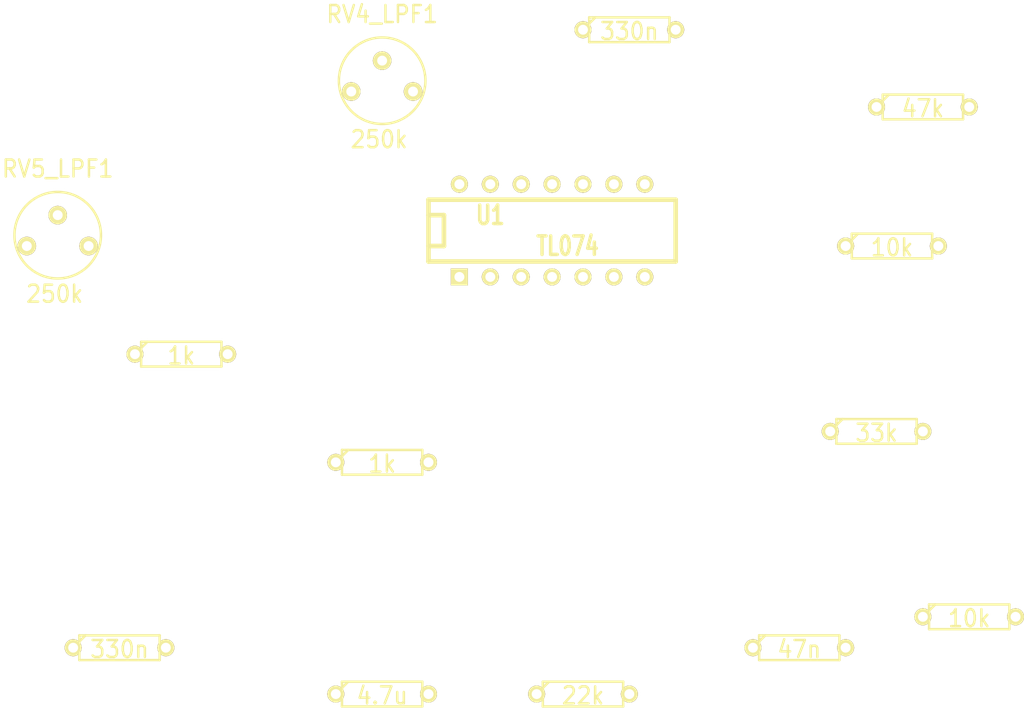
<source format=kicad_pcb>
(kicad_pcb (version 3) (host pcbnew "(2013-07-07 BZR 4022)-stable")

  (general
    (links 15)
    (no_connects 15)
    (area 0 0 0 0)
    (thickness 1.6)
    (drawings 0)
    (tracks 0)
    (zones 0)
    (modules 14)
    (nets 12)
  )

  (page A3)
  (layers
    (15 Dessus.Cu signal)
    (0 Dessous.Cu signal)
    (16 Dessous.Adhes user)
    (17 Dessus.Adhes user)
    (18 Dessous.Pate user)
    (19 Dessus.Pate user)
    (20 Dessous.SilkS user)
    (21 Dessus.SilkS user)
    (22 Dessous.Masque user)
    (23 Dessus.Masque user)
    (24 Dessin.User user)
    (25 Cmts.User user)
    (26 Eco1.User user)
    (27 Eco2.User user)
    (28 Contours.Ci user)
  )

  (setup
    (last_trace_width 0.254)
    (trace_clearance 0.254)
    (zone_clearance 0.508)
    (zone_45_only no)
    (trace_min 0.254)
    (segment_width 0.2)
    (edge_width 0.1)
    (via_size 0.889)
    (via_drill 0.635)
    (via_min_size 0.889)
    (via_min_drill 0.508)
    (uvia_size 0.508)
    (uvia_drill 0.127)
    (uvias_allowed no)
    (uvia_min_size 0.508)
    (uvia_min_drill 0.127)
    (pcb_text_width 0.3)
    (pcb_text_size 1.5 1.5)
    (mod_edge_width 0.15)
    (mod_text_size 1 1)
    (mod_text_width 0.15)
    (pad_size 1.5 1.5)
    (pad_drill 0.6)
    (pad_to_mask_clearance 0)
    (aux_axis_origin 0 0)
    (visible_elements FFFFFFBF)
    (pcbplotparams
      (layerselection 3178497)
      (usegerberextensions true)
      (excludeedgelayer true)
      (linewidth 0.150000)
      (plotframeref false)
      (viasonmask false)
      (mode 1)
      (useauxorigin false)
      (hpglpennumber 1)
      (hpglpenspeed 20)
      (hpglpendiameter 15)
      (hpglpenoverlay 2)
      (psnegative false)
      (psa4output false)
      (plotreference true)
      (plotvalue true)
      (plotothertext true)
      (plotinvisibletext false)
      (padsonsilk false)
      (subtractmaskfromsilk false)
      (outputformat 1)
      (mirror false)
      (drillshape 1)
      (scaleselection 1)
      (outputdirectory ""))
  )

  (net 0 "")
  (net 1 N-0000013)
  (net 2 N-0000014)
  (net 3 N-0000015)
  (net 4 N-000003)
  (net 5 N-000004)
  (net 6 N-000005)
  (net 7 N-000006)
  (net 8 N-000007)
  (net 9 N-000008)
  (net 10 N-000009)
  (net 11 Vcc2)

  (net_class Default "Ceci est la Netclass par défaut"
    (clearance 0.254)
    (trace_width 0.254)
    (via_dia 0.889)
    (via_drill 0.635)
    (uvia_dia 0.508)
    (uvia_drill 0.127)
    (add_net "")
    (add_net N-0000013)
    (add_net N-0000014)
    (add_net N-0000015)
    (add_net N-000003)
    (add_net N-000004)
    (add_net N-000005)
    (add_net N-000006)
    (add_net N-000007)
    (add_net N-000008)
    (add_net N-000009)
    (add_net Vcc2)
  )

  (module RV2 (layer Dessus.Cu) (tedit 3FA15781) (tstamp 5429332C)
    (at 45.72 24.13)
    (descr "Resistance variable / potentiometre")
    (tags R)
    (path /54292C09)
    (autoplace_cost90 10)
    (autoplace_cost180 10)
    (fp_text reference RV4_LPF1 (at 0 -5.08) (layer Dessus.SilkS)
      (effects (font (size 1.397 1.27) (thickness 0.2032)))
    )
    (fp_text value 250k (at -0.254 5.207) (layer Dessus.SilkS)
      (effects (font (size 1.397 1.27) (thickness 0.2032)))
    )
    (fp_circle (center 0 0.381) (end 0 -3.175) (layer Dessus.SilkS) (width 0.2032))
    (pad 1 thru_hole circle (at -2.54 1.27) (size 1.524 1.524) (drill 0.8128)
      (layers *.Cu *.Mask Dessus.SilkS)
      (net 8 N-000007)
    )
    (pad 2 thru_hole circle (at 0 -1.27) (size 1.524 1.524) (drill 0.8128)
      (layers *.Cu *.Mask Dessus.SilkS)
      (net 6 N-000005)
    )
    (pad 3 thru_hole circle (at 2.54 1.27) (size 1.524 1.524) (drill 0.8128)
      (layers *.Cu *.Mask Dessus.SilkS)
    )
    (model discret/adjustable_rx2.wrl
      (at (xyz 0 0 0))
      (scale (xyz 1 1 1))
      (rotate (xyz 0 0 0))
    )
  )

  (module RV2 (layer Dessus.Cu) (tedit 3FA15781) (tstamp 54293334)
    (at 19.05 36.83)
    (descr "Resistance variable / potentiometre")
    (tags R)
    (path /54292C18)
    (autoplace_cost90 10)
    (autoplace_cost180 10)
    (fp_text reference RV5_LPF1 (at 0 -5.08) (layer Dessus.SilkS)
      (effects (font (size 1.397 1.27) (thickness 0.2032)))
    )
    (fp_text value 250k (at -0.254 5.207) (layer Dessus.SilkS)
      (effects (font (size 1.397 1.27) (thickness 0.2032)))
    )
    (fp_circle (center 0 0.381) (end 0 -3.175) (layer Dessus.SilkS) (width 0.2032))
    (pad 1 thru_hole circle (at -2.54 1.27) (size 1.524 1.524) (drill 0.8128)
      (layers *.Cu *.Mask Dessus.SilkS)
      (net 7 N-000006)
    )
    (pad 2 thru_hole circle (at 0 -1.27) (size 1.524 1.524) (drill 0.8128)
      (layers *.Cu *.Mask Dessus.SilkS)
      (net 4 N-000003)
    )
    (pad 3 thru_hole circle (at 2.54 1.27) (size 1.524 1.524) (drill 0.8128)
      (layers *.Cu *.Mask Dessus.SilkS)
    )
    (model discret/adjustable_rx2.wrl
      (at (xyz 0 0 0))
      (scale (xyz 1 1 1))
      (rotate (xyz 0 0 0))
    )
  )

  (module R3 (layer Dessus.Cu) (tedit 4E4C0E65) (tstamp 54293342)
    (at 45.72 55.88)
    (descr "Resitance 3 pas")
    (tags R)
    (path /5429295F)
    (autoplace_cost180 10)
    (fp_text reference R15 (at 0 0.127) (layer Dessus.SilkS) hide
      (effects (font (size 1.397 1.27) (thickness 0.2032)))
    )
    (fp_text value 1k (at 0 0.127) (layer Dessus.SilkS)
      (effects (font (size 1.397 1.27) (thickness 0.2032)))
    )
    (fp_line (start -3.81 0) (end -3.302 0) (layer Dessus.SilkS) (width 0.2032))
    (fp_line (start 3.81 0) (end 3.302 0) (layer Dessus.SilkS) (width 0.2032))
    (fp_line (start 3.302 0) (end 3.302 -1.016) (layer Dessus.SilkS) (width 0.2032))
    (fp_line (start 3.302 -1.016) (end -3.302 -1.016) (layer Dessus.SilkS) (width 0.2032))
    (fp_line (start -3.302 -1.016) (end -3.302 1.016) (layer Dessus.SilkS) (width 0.2032))
    (fp_line (start -3.302 1.016) (end 3.302 1.016) (layer Dessus.SilkS) (width 0.2032))
    (fp_line (start 3.302 1.016) (end 3.302 0) (layer Dessus.SilkS) (width 0.2032))
    (fp_line (start -3.302 -0.508) (end -2.794 -1.016) (layer Dessus.SilkS) (width 0.2032))
    (pad 1 thru_hole circle (at -3.81 0) (size 1.397 1.397) (drill 0.8128)
      (layers *.Cu *.Mask Dessus.SilkS)
      (net 6 N-000005)
    )
    (pad 2 thru_hole circle (at 3.81 0) (size 1.397 1.397) (drill 0.8128)
      (layers *.Cu *.Mask Dessus.SilkS)
    )
    (model discret/resistor.wrl
      (at (xyz 0 0 0))
      (scale (xyz 0.3 0.3 0.3))
      (rotate (xyz 0 0 0))
    )
  )

  (module R3 (layer Dessus.Cu) (tedit 4E4C0E65) (tstamp 54293350)
    (at 29.21 46.99)
    (descr "Resitance 3 pas")
    (tags R)
    (path /5429296E)
    (autoplace_cost180 10)
    (fp_text reference R14 (at 0 0.127) (layer Dessus.SilkS) hide
      (effects (font (size 1.397 1.27) (thickness 0.2032)))
    )
    (fp_text value 1k (at 0 0.127) (layer Dessus.SilkS)
      (effects (font (size 1.397 1.27) (thickness 0.2032)))
    )
    (fp_line (start -3.81 0) (end -3.302 0) (layer Dessus.SilkS) (width 0.2032))
    (fp_line (start 3.81 0) (end 3.302 0) (layer Dessus.SilkS) (width 0.2032))
    (fp_line (start 3.302 0) (end 3.302 -1.016) (layer Dessus.SilkS) (width 0.2032))
    (fp_line (start 3.302 -1.016) (end -3.302 -1.016) (layer Dessus.SilkS) (width 0.2032))
    (fp_line (start -3.302 -1.016) (end -3.302 1.016) (layer Dessus.SilkS) (width 0.2032))
    (fp_line (start -3.302 1.016) (end 3.302 1.016) (layer Dessus.SilkS) (width 0.2032))
    (fp_line (start 3.302 1.016) (end 3.302 0) (layer Dessus.SilkS) (width 0.2032))
    (fp_line (start -3.302 -0.508) (end -2.794 -1.016) (layer Dessus.SilkS) (width 0.2032))
    (pad 1 thru_hole circle (at -3.81 0) (size 1.397 1.397) (drill 0.8128)
      (layers *.Cu *.Mask Dessus.SilkS)
      (net 9 N-000008)
    )
    (pad 2 thru_hole circle (at 3.81 0) (size 1.397 1.397) (drill 0.8128)
      (layers *.Cu *.Mask Dessus.SilkS)
    )
    (model discret/resistor.wrl
      (at (xyz 0 0 0))
      (scale (xyz 0.3 0.3 0.3))
      (rotate (xyz 0 0 0))
    )
  )

  (module R3 (layer Dessus.Cu) (tedit 4E4C0E65) (tstamp 5429335E)
    (at 86.36 53.34)
    (descr "Resitance 3 pas")
    (tags R)
    (path /5429297D)
    (autoplace_cost180 10)
    (fp_text reference R16 (at 0 0.127) (layer Dessus.SilkS) hide
      (effects (font (size 1.397 1.27) (thickness 0.2032)))
    )
    (fp_text value 33k (at 0 0.127) (layer Dessus.SilkS)
      (effects (font (size 1.397 1.27) (thickness 0.2032)))
    )
    (fp_line (start -3.81 0) (end -3.302 0) (layer Dessus.SilkS) (width 0.2032))
    (fp_line (start 3.81 0) (end 3.302 0) (layer Dessus.SilkS) (width 0.2032))
    (fp_line (start 3.302 0) (end 3.302 -1.016) (layer Dessus.SilkS) (width 0.2032))
    (fp_line (start 3.302 -1.016) (end -3.302 -1.016) (layer Dessus.SilkS) (width 0.2032))
    (fp_line (start -3.302 -1.016) (end -3.302 1.016) (layer Dessus.SilkS) (width 0.2032))
    (fp_line (start -3.302 1.016) (end 3.302 1.016) (layer Dessus.SilkS) (width 0.2032))
    (fp_line (start 3.302 1.016) (end 3.302 0) (layer Dessus.SilkS) (width 0.2032))
    (fp_line (start -3.302 -0.508) (end -2.794 -1.016) (layer Dessus.SilkS) (width 0.2032))
    (pad 1 thru_hole circle (at -3.81 0) (size 1.397 1.397) (drill 0.8128)
      (layers *.Cu *.Mask Dessus.SilkS)
      (net 5 N-000004)
    )
    (pad 2 thru_hole circle (at 3.81 0) (size 1.397 1.397) (drill 0.8128)
      (layers *.Cu *.Mask Dessus.SilkS)
    )
    (model discret/resistor.wrl
      (at (xyz 0 0 0))
      (scale (xyz 0.3 0.3 0.3))
      (rotate (xyz 0 0 0))
    )
  )

  (module R3 (layer Dessus.Cu) (tedit 4E4C0E65) (tstamp 5429336C)
    (at 62.23 74.93)
    (descr "Resitance 3 pas")
    (tags R)
    (path /5429298C)
    (autoplace_cost180 10)
    (fp_text reference R17 (at 0 0.127) (layer Dessus.SilkS) hide
      (effects (font (size 1.397 1.27) (thickness 0.2032)))
    )
    (fp_text value 22k (at 0 0.127) (layer Dessus.SilkS)
      (effects (font (size 1.397 1.27) (thickness 0.2032)))
    )
    (fp_line (start -3.81 0) (end -3.302 0) (layer Dessus.SilkS) (width 0.2032))
    (fp_line (start 3.81 0) (end 3.302 0) (layer Dessus.SilkS) (width 0.2032))
    (fp_line (start 3.302 0) (end 3.302 -1.016) (layer Dessus.SilkS) (width 0.2032))
    (fp_line (start 3.302 -1.016) (end -3.302 -1.016) (layer Dessus.SilkS) (width 0.2032))
    (fp_line (start -3.302 -1.016) (end -3.302 1.016) (layer Dessus.SilkS) (width 0.2032))
    (fp_line (start -3.302 1.016) (end 3.302 1.016) (layer Dessus.SilkS) (width 0.2032))
    (fp_line (start 3.302 1.016) (end 3.302 0) (layer Dessus.SilkS) (width 0.2032))
    (fp_line (start -3.302 -0.508) (end -2.794 -1.016) (layer Dessus.SilkS) (width 0.2032))
    (pad 1 thru_hole circle (at -3.81 0) (size 1.397 1.397) (drill 0.8128)
      (layers *.Cu *.Mask Dessus.SilkS)
      (net 5 N-000004)
    )
    (pad 2 thru_hole circle (at 3.81 0) (size 1.397 1.397) (drill 0.8128)
      (layers *.Cu *.Mask Dessus.SilkS)
    )
    (model discret/resistor.wrl
      (at (xyz 0 0 0))
      (scale (xyz 0.3 0.3 0.3))
      (rotate (xyz 0 0 0))
    )
  )

  (module R3 (layer Dessus.Cu) (tedit 4E4C0E65) (tstamp 5429337A)
    (at 87.63 38.1)
    (descr "Resitance 3 pas")
    (tags R)
    (path /5429299B)
    (autoplace_cost180 10)
    (fp_text reference R18 (at 0 0.127) (layer Dessus.SilkS) hide
      (effects (font (size 1.397 1.27) (thickness 0.2032)))
    )
    (fp_text value 10k (at 0 0.127) (layer Dessus.SilkS)
      (effects (font (size 1.397 1.27) (thickness 0.2032)))
    )
    (fp_line (start -3.81 0) (end -3.302 0) (layer Dessus.SilkS) (width 0.2032))
    (fp_line (start 3.81 0) (end 3.302 0) (layer Dessus.SilkS) (width 0.2032))
    (fp_line (start 3.302 0) (end 3.302 -1.016) (layer Dessus.SilkS) (width 0.2032))
    (fp_line (start 3.302 -1.016) (end -3.302 -1.016) (layer Dessus.SilkS) (width 0.2032))
    (fp_line (start -3.302 -1.016) (end -3.302 1.016) (layer Dessus.SilkS) (width 0.2032))
    (fp_line (start -3.302 1.016) (end 3.302 1.016) (layer Dessus.SilkS) (width 0.2032))
    (fp_line (start 3.302 1.016) (end 3.302 0) (layer Dessus.SilkS) (width 0.2032))
    (fp_line (start -3.302 -0.508) (end -2.794 -1.016) (layer Dessus.SilkS) (width 0.2032))
    (pad 1 thru_hole circle (at -3.81 0) (size 1.397 1.397) (drill 0.8128)
      (layers *.Cu *.Mask Dessus.SilkS)
      (net 3 N-0000015)
    )
    (pad 2 thru_hole circle (at 3.81 0) (size 1.397 1.397) (drill 0.8128)
      (layers *.Cu *.Mask Dessus.SilkS)
    )
    (model discret/resistor.wrl
      (at (xyz 0 0 0))
      (scale (xyz 0.3 0.3 0.3))
      (rotate (xyz 0 0 0))
    )
  )

  (module R3 (layer Dessus.Cu) (tedit 4E4C0E65) (tstamp 54293388)
    (at 93.98 68.58)
    (descr "Resitance 3 pas")
    (tags R)
    (path /542929AA)
    (autoplace_cost180 10)
    (fp_text reference R19 (at 0 0.127) (layer Dessus.SilkS) hide
      (effects (font (size 1.397 1.27) (thickness 0.2032)))
    )
    (fp_text value 10k (at 0 0.127) (layer Dessus.SilkS)
      (effects (font (size 1.397 1.27) (thickness 0.2032)))
    )
    (fp_line (start -3.81 0) (end -3.302 0) (layer Dessus.SilkS) (width 0.2032))
    (fp_line (start 3.81 0) (end 3.302 0) (layer Dessus.SilkS) (width 0.2032))
    (fp_line (start 3.302 0) (end 3.302 -1.016) (layer Dessus.SilkS) (width 0.2032))
    (fp_line (start 3.302 -1.016) (end -3.302 -1.016) (layer Dessus.SilkS) (width 0.2032))
    (fp_line (start -3.302 -1.016) (end -3.302 1.016) (layer Dessus.SilkS) (width 0.2032))
    (fp_line (start -3.302 1.016) (end 3.302 1.016) (layer Dessus.SilkS) (width 0.2032))
    (fp_line (start 3.302 1.016) (end 3.302 0) (layer Dessus.SilkS) (width 0.2032))
    (fp_line (start -3.302 -0.508) (end -2.794 -1.016) (layer Dessus.SilkS) (width 0.2032))
    (pad 1 thru_hole circle (at -3.81 0) (size 1.397 1.397) (drill 0.8128)
      (layers *.Cu *.Mask Dessus.SilkS)
      (net 10 N-000009)
    )
    (pad 2 thru_hole circle (at 3.81 0) (size 1.397 1.397) (drill 0.8128)
      (layers *.Cu *.Mask Dessus.SilkS)
    )
    (model discret/resistor.wrl
      (at (xyz 0 0 0))
      (scale (xyz 0.3 0.3 0.3))
      (rotate (xyz 0 0 0))
    )
  )

  (module R3 (layer Dessus.Cu) (tedit 4E4C0E65) (tstamp 54293396)
    (at 90.17 26.67)
    (descr "Resitance 3 pas")
    (tags R)
    (path /542929B9)
    (autoplace_cost180 10)
    (fp_text reference R20 (at 0 0.127) (layer Dessus.SilkS) hide
      (effects (font (size 1.397 1.27) (thickness 0.2032)))
    )
    (fp_text value 47k (at 0 0.127) (layer Dessus.SilkS)
      (effects (font (size 1.397 1.27) (thickness 0.2032)))
    )
    (fp_line (start -3.81 0) (end -3.302 0) (layer Dessus.SilkS) (width 0.2032))
    (fp_line (start 3.81 0) (end 3.302 0) (layer Dessus.SilkS) (width 0.2032))
    (fp_line (start 3.302 0) (end 3.302 -1.016) (layer Dessus.SilkS) (width 0.2032))
    (fp_line (start 3.302 -1.016) (end -3.302 -1.016) (layer Dessus.SilkS) (width 0.2032))
    (fp_line (start -3.302 -1.016) (end -3.302 1.016) (layer Dessus.SilkS) (width 0.2032))
    (fp_line (start -3.302 1.016) (end 3.302 1.016) (layer Dessus.SilkS) (width 0.2032))
    (fp_line (start 3.302 1.016) (end 3.302 0) (layer Dessus.SilkS) (width 0.2032))
    (fp_line (start -3.302 -0.508) (end -2.794 -1.016) (layer Dessus.SilkS) (width 0.2032))
    (pad 1 thru_hole circle (at -3.81 0) (size 1.397 1.397) (drill 0.8128)
      (layers *.Cu *.Mask Dessus.SilkS)
      (net 2 N-0000014)
    )
    (pad 2 thru_hole circle (at 3.81 0) (size 1.397 1.397) (drill 0.8128)
      (layers *.Cu *.Mask Dessus.SilkS)
    )
    (model discret/resistor.wrl
      (at (xyz 0 0 0))
      (scale (xyz 0.3 0.3 0.3))
      (rotate (xyz 0 0 0))
    )
  )

  (module R3 (layer Dessus.Cu) (tedit 4E4C0E65) (tstamp 542933A4)
    (at 45.72 74.93)
    (descr "Resitance 3 pas")
    (tags R)
    (path /542929C8)
    (autoplace_cost180 10)
    (fp_text reference C16 (at 0 0.127) (layer Dessus.SilkS) hide
      (effects (font (size 1.397 1.27) (thickness 0.2032)))
    )
    (fp_text value 4.7u (at 0 0.127) (layer Dessus.SilkS)
      (effects (font (size 1.397 1.27) (thickness 0.2032)))
    )
    (fp_line (start -3.81 0) (end -3.302 0) (layer Dessus.SilkS) (width 0.2032))
    (fp_line (start 3.81 0) (end 3.302 0) (layer Dessus.SilkS) (width 0.2032))
    (fp_line (start 3.302 0) (end 3.302 -1.016) (layer Dessus.SilkS) (width 0.2032))
    (fp_line (start 3.302 -1.016) (end -3.302 -1.016) (layer Dessus.SilkS) (width 0.2032))
    (fp_line (start -3.302 -1.016) (end -3.302 1.016) (layer Dessus.SilkS) (width 0.2032))
    (fp_line (start -3.302 1.016) (end 3.302 1.016) (layer Dessus.SilkS) (width 0.2032))
    (fp_line (start 3.302 1.016) (end 3.302 0) (layer Dessus.SilkS) (width 0.2032))
    (fp_line (start -3.302 -0.508) (end -2.794 -1.016) (layer Dessus.SilkS) (width 0.2032))
    (pad 1 thru_hole circle (at -3.81 0) (size 1.397 1.397) (drill 0.8128)
      (layers *.Cu *.Mask Dessus.SilkS)
      (net 1 N-0000013)
    )
    (pad 2 thru_hole circle (at 3.81 0) (size 1.397 1.397) (drill 0.8128)
      (layers *.Cu *.Mask Dessus.SilkS)
    )
    (model discret/resistor.wrl
      (at (xyz 0 0 0))
      (scale (xyz 0.3 0.3 0.3))
      (rotate (xyz 0 0 0))
    )
  )

  (module R3 (layer Dessus.Cu) (tedit 4E4C0E65) (tstamp 542933B2)
    (at 24.13 71.12)
    (descr "Resitance 3 pas")
    (tags R)
    (path /542929D7)
    (autoplace_cost180 10)
    (fp_text reference C15 (at 0 0.127) (layer Dessus.SilkS) hide
      (effects (font (size 1.397 1.27) (thickness 0.2032)))
    )
    (fp_text value 330n (at 0 0.127) (layer Dessus.SilkS)
      (effects (font (size 1.397 1.27) (thickness 0.2032)))
    )
    (fp_line (start -3.81 0) (end -3.302 0) (layer Dessus.SilkS) (width 0.2032))
    (fp_line (start 3.81 0) (end 3.302 0) (layer Dessus.SilkS) (width 0.2032))
    (fp_line (start 3.302 0) (end 3.302 -1.016) (layer Dessus.SilkS) (width 0.2032))
    (fp_line (start 3.302 -1.016) (end -3.302 -1.016) (layer Dessus.SilkS) (width 0.2032))
    (fp_line (start -3.302 -1.016) (end -3.302 1.016) (layer Dessus.SilkS) (width 0.2032))
    (fp_line (start -3.302 1.016) (end 3.302 1.016) (layer Dessus.SilkS) (width 0.2032))
    (fp_line (start 3.302 1.016) (end 3.302 0) (layer Dessus.SilkS) (width 0.2032))
    (fp_line (start -3.302 -0.508) (end -2.794 -1.016) (layer Dessus.SilkS) (width 0.2032))
    (pad 1 thru_hole circle (at -3.81 0) (size 1.397 1.397) (drill 0.8128)
      (layers *.Cu *.Mask Dessus.SilkS)
      (net 11 Vcc2)
    )
    (pad 2 thru_hole circle (at 3.81 0) (size 1.397 1.397) (drill 0.8128)
      (layers *.Cu *.Mask Dessus.SilkS)
      (net 4 N-000003)
    )
    (model discret/resistor.wrl
      (at (xyz 0 0 0))
      (scale (xyz 0.3 0.3 0.3))
      (rotate (xyz 0 0 0))
    )
  )

  (module R3 (layer Dessus.Cu) (tedit 4E4C0E65) (tstamp 542933C0)
    (at 66.04 20.32)
    (descr "Resitance 3 pas")
    (tags R)
    (path /542929E6)
    (autoplace_cost180 10)
    (fp_text reference C8 (at 0 0.127) (layer Dessus.SilkS) hide
      (effects (font (size 1.397 1.27) (thickness 0.2032)))
    )
    (fp_text value 330n (at 0 0.127) (layer Dessus.SilkS)
      (effects (font (size 1.397 1.27) (thickness 0.2032)))
    )
    (fp_line (start -3.81 0) (end -3.302 0) (layer Dessus.SilkS) (width 0.2032))
    (fp_line (start 3.81 0) (end 3.302 0) (layer Dessus.SilkS) (width 0.2032))
    (fp_line (start 3.302 0) (end 3.302 -1.016) (layer Dessus.SilkS) (width 0.2032))
    (fp_line (start 3.302 -1.016) (end -3.302 -1.016) (layer Dessus.SilkS) (width 0.2032))
    (fp_line (start -3.302 -1.016) (end -3.302 1.016) (layer Dessus.SilkS) (width 0.2032))
    (fp_line (start -3.302 1.016) (end 3.302 1.016) (layer Dessus.SilkS) (width 0.2032))
    (fp_line (start 3.302 1.016) (end 3.302 0) (layer Dessus.SilkS) (width 0.2032))
    (fp_line (start -3.302 -0.508) (end -2.794 -1.016) (layer Dessus.SilkS) (width 0.2032))
    (pad 1 thru_hole circle (at -3.81 0) (size 1.397 1.397) (drill 0.8128)
      (layers *.Cu *.Mask Dessus.SilkS)
      (net 6 N-000005)
    )
    (pad 2 thru_hole circle (at 3.81 0) (size 1.397 1.397) (drill 0.8128)
      (layers *.Cu *.Mask Dessus.SilkS)
      (net 3 N-0000015)
    )
    (model discret/resistor.wrl
      (at (xyz 0 0 0))
      (scale (xyz 0.3 0.3 0.3))
      (rotate (xyz 0 0 0))
    )
  )

  (module R3 (layer Dessus.Cu) (tedit 4E4C0E65) (tstamp 542933CE)
    (at 80.01 71.12)
    (descr "Resitance 3 pas")
    (tags R)
    (path /542929F5)
    (autoplace_cost180 10)
    (fp_text reference C17 (at 0 0.127) (layer Dessus.SilkS) hide
      (effects (font (size 1.397 1.27) (thickness 0.2032)))
    )
    (fp_text value 47n (at 0 0.127) (layer Dessus.SilkS)
      (effects (font (size 1.397 1.27) (thickness 0.2032)))
    )
    (fp_line (start -3.81 0) (end -3.302 0) (layer Dessus.SilkS) (width 0.2032))
    (fp_line (start 3.81 0) (end 3.302 0) (layer Dessus.SilkS) (width 0.2032))
    (fp_line (start 3.302 0) (end 3.302 -1.016) (layer Dessus.SilkS) (width 0.2032))
    (fp_line (start 3.302 -1.016) (end -3.302 -1.016) (layer Dessus.SilkS) (width 0.2032))
    (fp_line (start -3.302 -1.016) (end -3.302 1.016) (layer Dessus.SilkS) (width 0.2032))
    (fp_line (start -3.302 1.016) (end 3.302 1.016) (layer Dessus.SilkS) (width 0.2032))
    (fp_line (start 3.302 1.016) (end 3.302 0) (layer Dessus.SilkS) (width 0.2032))
    (fp_line (start -3.302 -0.508) (end -2.794 -1.016) (layer Dessus.SilkS) (width 0.2032))
    (pad 1 thru_hole circle (at -3.81 0) (size 1.397 1.397) (drill 0.8128)
      (layers *.Cu *.Mask Dessus.SilkS)
      (net 3 N-0000015)
    )
    (pad 2 thru_hole circle (at 3.81 0) (size 1.397 1.397) (drill 0.8128)
      (layers *.Cu *.Mask Dessus.SilkS)
      (net 2 N-0000014)
    )
    (model discret/resistor.wrl
      (at (xyz 0 0 0))
      (scale (xyz 0.3 0.3 0.3))
      (rotate (xyz 0 0 0))
    )
  )

  (module DIP-14__300 (layer Dessus.Cu) (tedit 200000) (tstamp 542933E7)
    (at 59.69 36.83)
    (descr "14 pins DIL package, round pads")
    (tags DIL)
    (path /542928FB)
    (fp_text reference U1 (at -5.08 -1.27) (layer Dessus.SilkS)
      (effects (font (size 1.524 1.143) (thickness 0.3048)))
    )
    (fp_text value TL074 (at 1.27 1.27) (layer Dessus.SilkS)
      (effects (font (size 1.524 1.143) (thickness 0.3048)))
    )
    (fp_line (start -10.16 -2.54) (end 10.16 -2.54) (layer Dessus.SilkS) (width 0.381))
    (fp_line (start 10.16 2.54) (end -10.16 2.54) (layer Dessus.SilkS) (width 0.381))
    (fp_line (start -10.16 2.54) (end -10.16 -2.54) (layer Dessus.SilkS) (width 0.381))
    (fp_line (start -10.16 -1.27) (end -8.89 -1.27) (layer Dessus.SilkS) (width 0.381))
    (fp_line (start -8.89 -1.27) (end -8.89 1.27) (layer Dessus.SilkS) (width 0.381))
    (fp_line (start -8.89 1.27) (end -10.16 1.27) (layer Dessus.SilkS) (width 0.381))
    (fp_line (start 10.16 -2.54) (end 10.16 2.54) (layer Dessus.SilkS) (width 0.381))
    (pad 1 thru_hole rect (at -7.62 3.81) (size 1.397 1.397) (drill 0.8128)
      (layers *.Cu *.Mask Dessus.SilkS)
      (net 9 N-000008)
    )
    (pad 2 thru_hole circle (at -5.08 3.81) (size 1.397 1.397) (drill 0.8128)
      (layers *.Cu *.Mask Dessus.SilkS)
      (net 9 N-000008)
    )
    (pad 3 thru_hole circle (at -2.54 3.81) (size 1.397 1.397) (drill 0.8128)
      (layers *.Cu *.Mask Dessus.SilkS)
    )
    (pad 4 thru_hole circle (at 0 3.81) (size 1.397 1.397) (drill 0.8128)
      (layers *.Cu *.Mask Dessus.SilkS)
    )
    (pad 5 thru_hole circle (at 2.54 3.81) (size 1.397 1.397) (drill 0.8128)
      (layers *.Cu *.Mask Dessus.SilkS)
      (net 4 N-000003)
    )
    (pad 6 thru_hole circle (at 5.08 3.81) (size 1.397 1.397) (drill 0.8128)
      (layers *.Cu *.Mask Dessus.SilkS)
      (net 5 N-000004)
    )
    (pad 7 thru_hole circle (at 7.62 3.81) (size 1.397 1.397) (drill 0.8128)
      (layers *.Cu *.Mask Dessus.SilkS)
      (net 3 N-0000015)
    )
    (pad 8 thru_hole circle (at 7.62 -3.81) (size 1.397 1.397) (drill 0.8128)
      (layers *.Cu *.Mask Dessus.SilkS)
      (net 1 N-0000013)
    )
    (pad 9 thru_hole circle (at 5.08 -3.81) (size 1.397 1.397) (drill 0.8128)
      (layers *.Cu *.Mask Dessus.SilkS)
      (net 2 N-0000014)
    )
    (pad 10 thru_hole circle (at 2.54 -3.81) (size 1.397 1.397) (drill 0.8128)
      (layers *.Cu *.Mask Dessus.SilkS)
      (net 10 N-000009)
    )
    (pad 11 thru_hole circle (at 0 -3.81) (size 1.397 1.397) (drill 0.8128)
      (layers *.Cu *.Mask Dessus.SilkS)
    )
    (pad 12 thru_hole circle (at -2.54 -3.81) (size 1.397 1.397) (drill 0.8128)
      (layers *.Cu *.Mask Dessus.SilkS)
    )
    (pad 13 thru_hole circle (at -5.08 -3.81) (size 1.397 1.397) (drill 0.8128)
      (layers *.Cu *.Mask Dessus.SilkS)
    )
    (pad 14 thru_hole circle (at -7.62 -3.81) (size 1.397 1.397) (drill 0.8128)
      (layers *.Cu *.Mask Dessus.SilkS)
    )
    (model dil/dil_14.wrl
      (at (xyz 0 0 0))
      (scale (xyz 1 1 1))
      (rotate (xyz 0 0 0))
    )
  )

)

</source>
